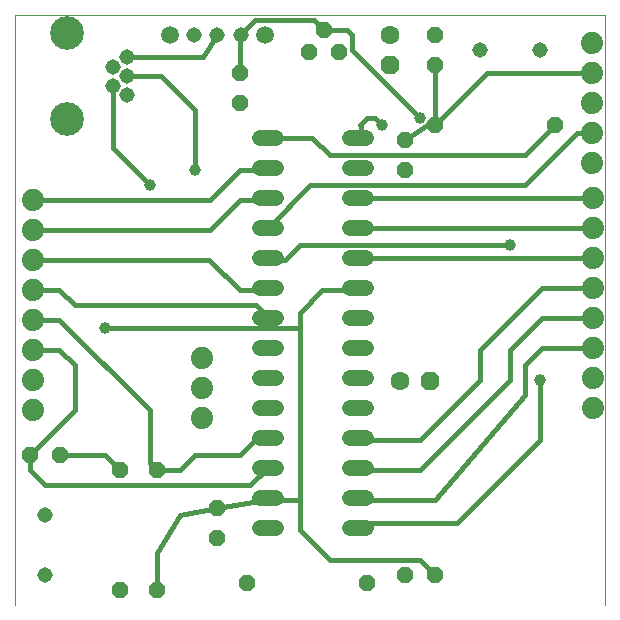
<source format=gtl>
G75*
%MOIN*%
%OFA0B0*%
%FSLAX25Y25*%
%IPPOS*%
%LPD*%
%AMOC8*
5,1,8,0,0,1.08239X$1,22.5*
%
%ADD10C,0.00000*%
%ADD11OC8,0.05200*%
%ADD12C,0.06300*%
%ADD13OC8,0.06300*%
%ADD14C,0.05150*%
%ADD15C,0.11220*%
%ADD16C,0.07400*%
%ADD17C,0.05200*%
%ADD18C,0.05937*%
%ADD19C,0.01600*%
%ADD20C,0.03962*%
D10*
X0008764Y0001800D02*
X0008764Y0198650D01*
X0205615Y0198650D01*
X0205615Y0001800D01*
D11*
X0148764Y0011800D03*
X0138764Y0011800D03*
X0126264Y0009300D03*
X0086264Y0009300D03*
X0076264Y0024300D03*
X0076264Y0034300D03*
X0056264Y0046800D03*
X0043764Y0046800D03*
X0023764Y0051800D03*
X0013764Y0051800D03*
X0043764Y0006800D03*
X0056264Y0006800D03*
X0138764Y0146800D03*
X0138764Y0156800D03*
X0148764Y0161800D03*
X0148764Y0181800D03*
X0148764Y0191800D03*
X0116796Y0186111D03*
X0111796Y0193611D03*
X0106796Y0186111D03*
X0083764Y0179300D03*
X0083764Y0169300D03*
X0188764Y0161800D03*
D12*
X0133764Y0191800D03*
X0137288Y0076485D03*
D13*
X0147288Y0076485D03*
X0133764Y0181800D03*
D14*
X0163764Y0186800D03*
X0183764Y0186800D03*
X0084138Y0191800D03*
X0076264Y0191800D03*
X0068390Y0191800D03*
X0046205Y0184398D03*
X0041481Y0181249D03*
X0046205Y0178099D03*
X0041481Y0174950D03*
X0046205Y0171800D03*
X0018764Y0031800D03*
X0018764Y0011800D03*
D15*
X0026127Y0163729D03*
X0026127Y0192469D03*
D16*
X0014867Y0136997D03*
X0014867Y0126997D03*
X0014867Y0116997D03*
X0014867Y0106997D03*
X0014867Y0096997D03*
X0014867Y0086997D03*
X0014867Y0076997D03*
X0014867Y0066997D03*
X0071264Y0064300D03*
X0071264Y0074300D03*
X0071264Y0084300D03*
X0201599Y0087686D03*
X0201599Y0077686D03*
X0201599Y0067686D03*
X0201599Y0097686D03*
X0201599Y0107686D03*
X0201599Y0117686D03*
X0201599Y0127686D03*
X0201599Y0137686D03*
X0201264Y0149300D03*
X0201264Y0159300D03*
X0201264Y0169300D03*
X0201264Y0179300D03*
X0201264Y0189300D03*
D17*
X0125774Y0157666D02*
X0120574Y0157666D01*
X0120574Y0147666D02*
X0125774Y0147666D01*
X0125774Y0137666D02*
X0120574Y0137666D01*
X0120574Y0127666D02*
X0125774Y0127666D01*
X0125774Y0117666D02*
X0120574Y0117666D01*
X0120574Y0107666D02*
X0125774Y0107666D01*
X0125774Y0097666D02*
X0120574Y0097666D01*
X0120574Y0087666D02*
X0125774Y0087666D01*
X0125774Y0077666D02*
X0120574Y0077666D01*
X0120574Y0067666D02*
X0125774Y0067666D01*
X0125774Y0057666D02*
X0120574Y0057666D01*
X0120574Y0047666D02*
X0125774Y0047666D01*
X0125774Y0037666D02*
X0120574Y0037666D01*
X0120574Y0027666D02*
X0125774Y0027666D01*
X0095774Y0027666D02*
X0090574Y0027666D01*
X0090574Y0037666D02*
X0095774Y0037666D01*
X0095774Y0047666D02*
X0090574Y0047666D01*
X0090574Y0057666D02*
X0095774Y0057666D01*
X0095774Y0067666D02*
X0090574Y0067666D01*
X0090574Y0077666D02*
X0095774Y0077666D01*
X0095774Y0087666D02*
X0090574Y0087666D01*
X0090574Y0097666D02*
X0095774Y0097666D01*
X0095774Y0107666D02*
X0090574Y0107666D01*
X0090574Y0117666D02*
X0095774Y0117666D01*
X0095774Y0127666D02*
X0090574Y0127666D01*
X0090574Y0137666D02*
X0095774Y0137666D01*
X0095774Y0147666D02*
X0090574Y0147666D01*
X0090574Y0157666D02*
X0095774Y0157666D01*
D18*
X0092012Y0191800D03*
X0060516Y0191800D03*
D19*
X0071363Y0184398D02*
X0076264Y0191800D01*
X0084138Y0191800D02*
X0083764Y0188926D01*
X0083764Y0179300D01*
X0084138Y0191800D02*
X0084138Y0192174D01*
X0088764Y0196800D01*
X0108607Y0196800D01*
X0111796Y0193611D01*
X0119453Y0193611D01*
X0121264Y0191800D01*
X0121264Y0186800D01*
X0143764Y0164300D01*
X0146264Y0161800D02*
X0138764Y0156800D01*
X0131264Y0161800D02*
X0128764Y0164300D01*
X0126264Y0164300D01*
X0123764Y0161800D01*
X0124040Y0161524D01*
X0124040Y0156800D01*
X0113764Y0151800D02*
X0178764Y0151800D01*
X0188764Y0161800D01*
X0196264Y0159300D02*
X0178764Y0141800D01*
X0107308Y0141800D01*
X0093174Y0127666D01*
X0092308Y0136800D02*
X0083764Y0136800D01*
X0073961Y0126997D01*
X0014867Y0126997D01*
X0014867Y0116997D02*
X0073567Y0116997D01*
X0083764Y0106800D01*
X0092308Y0106800D01*
X0093174Y0107666D01*
X0089040Y0101800D02*
X0093174Y0097666D01*
X0089040Y0101800D02*
X0028764Y0101800D01*
X0023567Y0106997D01*
X0014867Y0106997D01*
X0014867Y0096997D02*
X0023567Y0096997D01*
X0053764Y0066800D01*
X0053764Y0049300D01*
X0056264Y0046800D01*
X0063764Y0046800D01*
X0068764Y0051800D01*
X0083764Y0051800D01*
X0088764Y0056800D01*
X0092308Y0056800D01*
X0093174Y0057666D01*
X0093174Y0047666D02*
X0087308Y0041800D01*
X0018764Y0041800D01*
X0013764Y0046800D01*
X0013764Y0051800D01*
X0028764Y0066800D01*
X0028764Y0081800D01*
X0023567Y0086997D01*
X0014867Y0086997D01*
X0038764Y0094300D02*
X0103764Y0094300D01*
X0103764Y0099300D01*
X0111264Y0106800D01*
X0122308Y0106800D01*
X0123174Y0107666D01*
X0123174Y0117666D02*
X0123193Y0117686D01*
X0201599Y0117686D01*
X0201599Y0127686D02*
X0123193Y0127686D01*
X0123174Y0127666D01*
X0123174Y0137666D02*
X0123193Y0137686D01*
X0201599Y0137686D01*
X0201264Y0159300D02*
X0196264Y0159300D01*
X0201264Y0179300D02*
X0166264Y0179300D01*
X0148764Y0161800D01*
X0146264Y0161800D01*
X0148764Y0161800D02*
X0148764Y0181800D01*
X0113764Y0151800D02*
X0107898Y0157666D01*
X0093174Y0157666D01*
X0093174Y0147666D02*
X0092308Y0146800D01*
X0083764Y0146800D01*
X0073961Y0136997D01*
X0014867Y0136997D01*
X0041481Y0154083D02*
X0053764Y0141800D01*
X0041481Y0154083D02*
X0041481Y0174950D01*
X0046205Y0178099D02*
X0057465Y0178099D01*
X0068764Y0166800D01*
X0068764Y0146800D01*
X0092308Y0136800D02*
X0093174Y0137666D01*
X0103764Y0121800D02*
X0098764Y0116800D01*
X0094040Y0116800D01*
X0093174Y0117666D01*
X0103764Y0121800D02*
X0173764Y0121800D01*
X0184650Y0107686D02*
X0163764Y0086800D01*
X0163764Y0076800D01*
X0143764Y0056800D01*
X0124040Y0056800D01*
X0123174Y0057666D01*
X0123174Y0047666D02*
X0123764Y0047076D01*
X0123764Y0046800D01*
X0143764Y0046800D01*
X0173764Y0076800D01*
X0173764Y0086800D01*
X0184650Y0097686D01*
X0201599Y0097686D01*
X0201599Y0107686D02*
X0184650Y0107686D01*
X0184650Y0087686D02*
X0178764Y0081800D01*
X0178764Y0071800D01*
X0148764Y0036800D01*
X0124040Y0036800D01*
X0123174Y0037666D01*
X0124808Y0029300D02*
X0123174Y0027666D01*
X0124808Y0029300D02*
X0156264Y0029300D01*
X0183764Y0056800D01*
X0183764Y0076800D01*
X0184650Y0087686D02*
X0201599Y0087686D01*
X0143764Y0016800D02*
X0113764Y0016800D01*
X0103764Y0026800D01*
X0103764Y0036800D01*
X0103764Y0094300D01*
X0093174Y0037666D02*
X0092308Y0036800D01*
X0076264Y0034300D01*
X0063764Y0031800D01*
X0056264Y0019300D01*
X0056264Y0006800D01*
X0093174Y0037666D02*
X0094040Y0036800D01*
X0103764Y0036800D01*
X0143764Y0016800D02*
X0148764Y0011800D01*
X0043764Y0046800D02*
X0038764Y0051800D01*
X0023764Y0051800D01*
X0046205Y0184398D02*
X0071363Y0184398D01*
D20*
X0068764Y0146800D03*
X0053764Y0141800D03*
X0038764Y0094300D03*
X0124040Y0156800D03*
X0131264Y0161800D03*
X0143764Y0164300D03*
X0173764Y0121800D03*
X0183764Y0076800D03*
M02*

</source>
